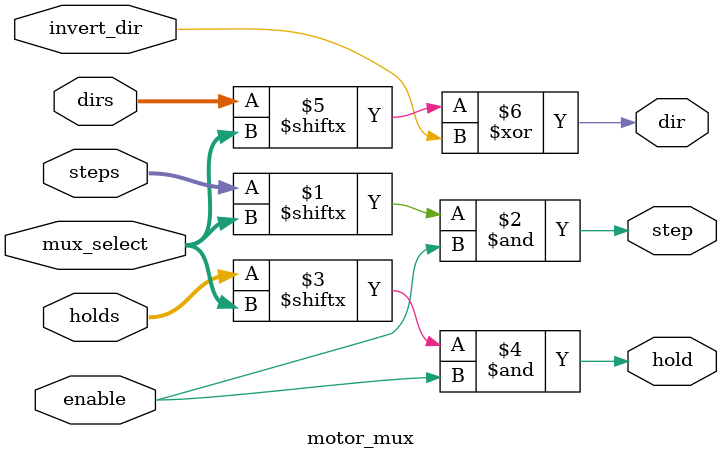
<source format=v>
module motor_mux
    (
        input [7:0] steps,
        input [7:0] dirs,
        input [7:0] holds,

        input [2:0] mux_select,
        input invert_dir,
        input enable,

        output step,
        output dir,
        output hold
    );

    assign step = steps[mux_select] & enable;
    assign hold = holds[mux_select] & enable;
    assign dir = dirs[mux_select] ^ invert_dir;

endmodule

</source>
